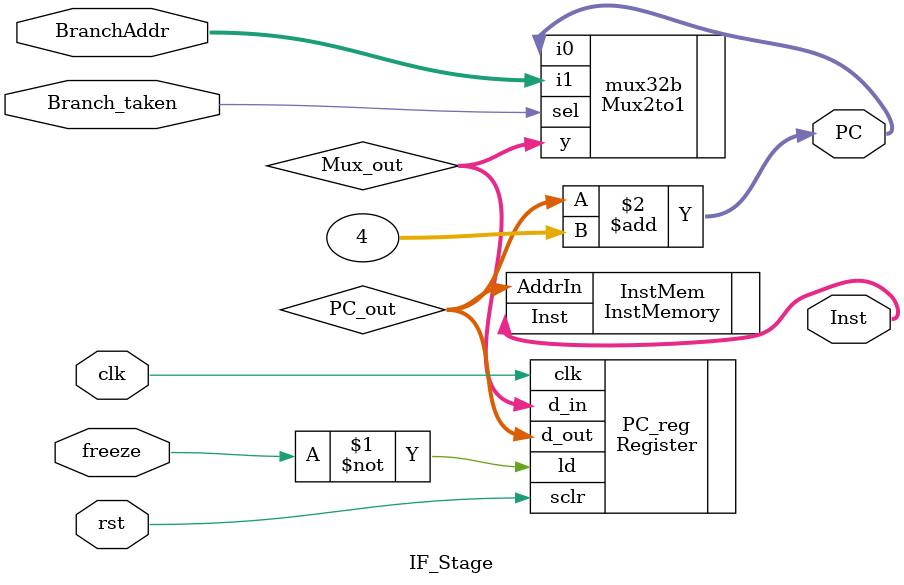
<source format=v>
module IF_Stage (
    clk, rst, freeze, Branch_taken,
    BranchAddr,
    PC, Inst
);
    input clk, rst, freeze, Branch_taken;
    input [31:0] BranchAddr;
    output [31:0] PC, Inst;

    wire [31:0] PC_out;
    wire [31:0] Mux_out;

    Register #(.N(32))
        PC_reg (
            .d_in(Mux_out),
            .clk(clk),
            .sclr(rst), 
            .ld(~freeze), 
            .d_out(PC_out)
        );

    Mux2to1 #(.N(32))
        mux32b (
            .i0(PC), 
            .i1(BranchAddr), 
            .sel(Branch_taken), 
            .y(Mux_out)
        );

    InstMemory InstMem (
        .AddrIn(PC_out),
        .Inst(Inst)
    );

    assign PC = PC_out + 32'd4;    

endmodule
</source>
